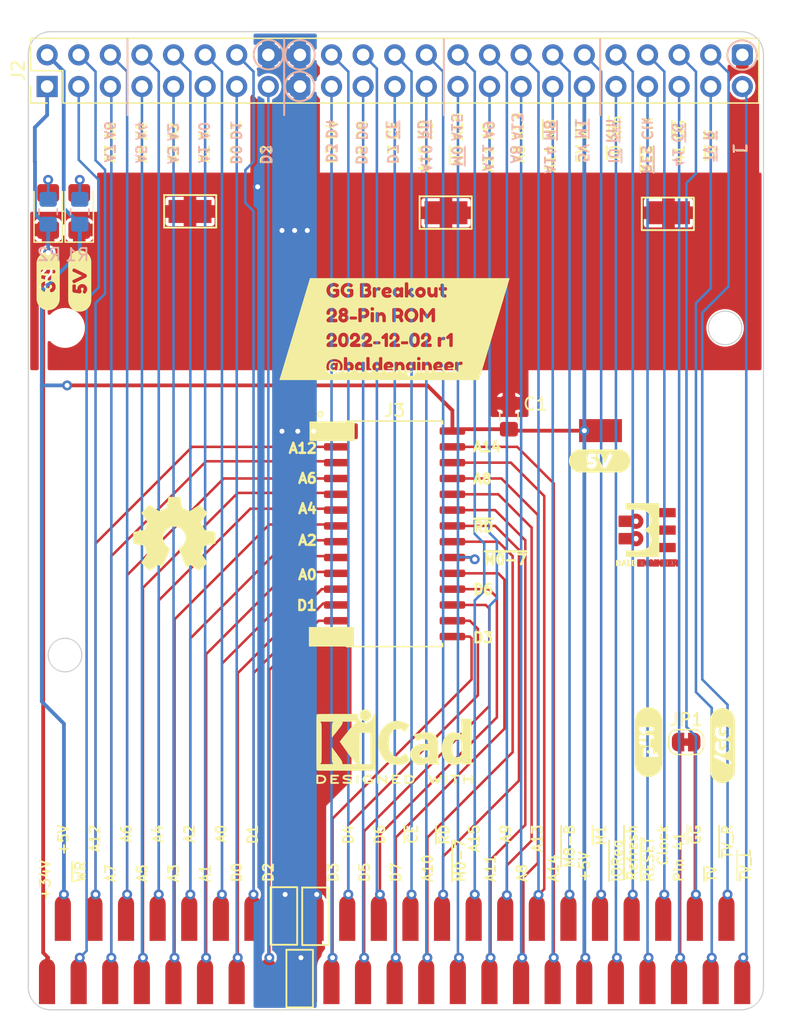
<source format=kicad_pcb>
(kicad_pcb (version 20211014) (generator pcbnew)
  (layers (0 "F.Cu" signal) (31 "B.Cu" signal) (34 "B.Paste" user) (35 "F.Paste" user) (36 "B.SilkS" user "B.Silkscreen") (37 "F.SilkS" user "F.Silkscreen") (38 "B.Mask" user) (39 "F.Mask" user) (44 "Edge.Cuts" user))
  (net 0 "")
  (net 1 "+5V")
  (net 2 "GND")
  (net 3 "Net-(D1-Pad2)")
  (net 4 "Net-(D2-Pad2)")
  (net 5 "/+34V")
  (net 6 "/~{WR}")
  (net 7 "/A12")
  (net 8 "/A7")
  (net 9 "/A6")
  (net 10 "/A5")
  (net 11 "/A4")
  (net 12 "/A3")
  (net 13 "/A2")
  (net 14 "/A1")
  (net 15 "/A0")
  (net 16 "/D0")
  (net 17 "/D1")
  (net 18 "/D2")
  (net 19 "/D3")
  (net 20 "/D4")
  (net 21 "/D5")
  (net 22 "/D6")
  (net 23 "/D7")
  (net 24 "/~{CE}")
  (net 25 "/A10")
  (net 26 "/~{RD}")
  (net 27 "/~{M0-7}")
  (net 28 "/A15")
  (net 29 "/A11")
  (net 30 "/A9")
  (net 31 "/A8")
  (net 32 "/A13")
  (net 33 "/A14")
  (net 34 "/~{M8-B}")
  (net 35 "/~{M1}")
  (net 36 "/~{IOReg}")
  (net 37 "/~{Refresh}")
  (net 38 "/~{RESET}")
  (net 39 "/Clock")
  (net 40 "/~{GG}")
  (net 41 "/~{TV}")
  (net 42 "/TV_R")
  (net 43 "/TV_L")
  (net 44 "/Pin 41")
  (footprint "My Libraries:Harwin-S1751-46-Test-Point" (layer "F.Cu") (at 146.2278 69.4944)
    (fp_text reference "TP3" hide)
    (fp_text value "TestPoint" hide)
  )
  (footprint "kibuzzard-638A45B3" (layer "F.Cu") (at 137.363699 75.082899 90)
    (fp_text reference "kibuzzard-638A45B3" hide)
    (fp_text value "G***" hide)
  )
  (footprint "My Libraries:Harwin-S1751-46-Test-Point" (layer "F.Cu") (at 179.222899 87.097099)
    (fp_text reference "TP4" hide)
    (fp_text value "TestPoint")
  )
  (footprint "kibuzzard-638A4743" (layer "F.Cu") (at 189.027299 112.395499 90)
    (fp_text reference "kibuzzard-638A4743" hide)
    (fp_text value "G***" hide)
  )
  (footprint "MountingHole:MountingHole_2.7mm_M2.5" (layer "F.Cu") (at 136.177699 78.846899)
    (fp_text reference "PEG1" hide)
    (fp_text value "MountingHole")
  )
  (footprint "Connector_PinHeader_2.54mm:PinHeader_2x23_P2.54mm_Vertical" (layer "F.Cu") (at 134.742699 59.451899 90)
    (fp_text reference "J2")
    (fp_text value "Logic Analyzer")
  )
  (footprint "My Libraries:Harwin-S1751-46-Test-Point" (layer "F.Cu") (at 166.8018 69.596)
    (fp_text reference "TP1" hide)
    (fp_text value "TestPoint" hide)
  )
  (footprint "LED_SMD:LED_1206_3216Metric_Pad1.42x1.75mm_HandSolder" (layer "F.Cu") (at 137.323699 69.494899 90)
    (fp_text reference "D1" hide)
    (fp_text value "+5V")
  )
  (footprint "kibuzzard-638A45BD" (layer "F.Cu") (at 134.823699 75.082899 90)
    (fp_text reference "kibuzzard-638A45BD" hide)
    (fp_text value "G***" hide)
  )
  (footprint "LED_SMD:LED_1206_3216Metric_Pad1.42x1.75mm_HandSolder" (layer "F.Cu") (at 134.823699 69.494899 90)
    (fp_text reference "D2" hide)
    (fp_text value "+34V")
  )
  (footprint "Package_SO:SOIC-28W_7.5x17.9mm_P1.27mm" (layer "F.Cu") (at 162.667699 95.386899)
    (fp_text reference "J3")
    (fp_text value "ROM Chip")
  )
  (footprint "kibuzzard-638A50E1" (layer "F.Cu") (at 162.667699 78.943699)
    (fp_text reference "kibuzzard-638A50E1" hide)
    (fp_text value "G***" hide)
  )
  (footprint "Jumper:SolderJumper-2_P1.3mm_Bridged_RoundedPad1.0x1.5mm" (layer "F.Cu") (at 186.106299 112.116099)
    (fp_text reference "JP1")
    (fp_text value "GG_Jumper")
  )
  (footprint "Capacitor_SMD:C_0805_2012Metric_Pad1.18x1.45mm_HandSolder" (layer "F.Cu") (at 171.857699 85.946899 90)
    (fp_text reference "C1")
    (fp_text value "1u")
  )
  (footprint "My Libraries:Harwin-S1751-46-Test-Point" (layer "F.Cu") (at 184.6834 69.596)
    (fp_text reference "TP2" hide)
    (fp_text value "TestPoint")
  )
  (footprint "Symbol:OSHW-Symbol_6.7x6mm_SilkScreen" (layer "F.Cu") (at 144.958299 95.400804)
    (fp_text reference "REF**" hide)
    (fp_text value "OSHW-Symbol_6.7x6mm_SilkScreen" hide)
  )
  (footprint "Symbol:KiCad-Logo2_5mm_SilkScreen" (layer "F.Cu") (at 162.662082 112.471699)
    (fp_text reference "REF**" hide)
    (fp_text value "KiCad-Logo2_5mm_SilkScreen" hide)
  )
  (footprint "My Libraries:BE5v2" (layer "F.Cu") (at 180.467499 92.987924)
    (fp_text reference "svg2mod" hide)
    (fp_text value "G***" hide)
  )
  (footprint "kibuzzard-638A45B3" (layer "F.Cu") (at 179.146699 89.535499)
    (fp_text reference "kibuzzard-638A45B3" hide)
    (fp_text value "G***" hide)
  )
  (footprint "MountingHole:MountingHole_2.7mm_M2.5" (layer "F.Cu") (at 189.237699 105.156899)
    (fp_text reference "PEG2" hide)
    (fp_text value "MountingHole")
  )
  (footprint "kibuzzard-638A474E" (layer "F.Cu") (at 183.083699 112.116099 90)
    (fp_text reference "kibuzzard-638A474E" hide)
    (fp_text value "G***" hide)
  )
  (footprint "My Libraries:game gear edge connector" (layer "F.Cu") (at 162.609465 103.155739)
    (fp_text reference "J1" hide)
    (fp_text value "GG Edge Connector")
  )
  (footprint "Resistor_SMD:R_0805_2012Metric_Pad1.20x1.40mm_HandSolder" (layer "B.Cu") (at 134.823699 69.517399 90)
    (fp_text reference "R2")
    (fp_text value "10k")
  )
  (footprint "Resistor_SMD:R_0805_2012Metric_Pad1.20x1.40mm_HandSolder" (layer "B.Cu") (at 137.363699 69.517399 90)
    (fp_text reference "R1")
    (fp_text value "1k")
  )
  (gr_line (start 153.797499 61.747899) (end 153.797499 55.626499) (layer "B.SilkS") (width 0.15))
  (gr_line (start 166.624499 61.747899) (end 166.624499 55.626499) (layer "B.SilkS") (width 0.15))
  (gr_line (start 179.197499 61.747899) (end 179.197499 55.626499) (layer "B.SilkS") (width 0.15))
  (gr_circle (center 190.602099 56.930306) (end 189.763899 57.768506) (layer "B.SilkS") (width 0.15) (fill none))
  (gr_circle (center 155.042099 59.444906) (end 154.203899 60.283106) (layer "B.SilkS") (width 0.15) (fill none))
  (gr_circle (center 155.067499 56.904906) (end 154.229299 57.743106) (layer "B.SilkS") (width 0.15) (fill none))
  (gr_circle (center 152.527499 56.896499) (end 151.689299 57.734699) (layer "B.SilkS") (width 0.15) (fill none))
  (gr_line (start 141.199099 61.747899) (end 141.199099 55.626499) (layer "B.SilkS") (width 0.15))
  (gr_circle (center 190.602099 56.930306) (end 191.440299 57.768506) (layer "F.SilkS") (width 0.15) (fill none))
  (gr_circle (center 155.042099 59.444906) (end 155.880299 60.283106) (layer "F.SilkS") (width 0.15) (fill none))
  (gr_line (start 141.199099 55.626499) (end 141.199099 61.747899) (layer "F.SilkS") (width 0.15))
  (gr_rect (start 159.334699 104.369099) (end 155.854899 102.946699) (layer "F.SilkS") (width 0.15) (fill solid))
  (gr_line (start 166.624499 55.626499) (end 166.624499 61.747899) (layer "F.SilkS") (width 0.15))
  (gr_circle (center 156.693099 85.776299) (end 156.896299 85.776299) (layer "F.SilkS") (width 0.15) (fill none))
  (gr_line (start 153.797499 55.626499) (end 153.797499 61.747899) (layer "F.SilkS") (width 0.15))
  (gr_circle (center 152.527499 56.896499) (end 153.365699 57.734699) (layer "F.SilkS") (width 0.15) (fill none))
  (gr_rect (start 152.705299 128.397499) (end 154.838899 123.774699) (layer "F.SilkS") (width 0.15) (fill none))
  (gr_rect (start 164.6809 68.2752) (end 168.8719 70.8914) (layer "F.SilkS") (width 0.15) (fill none))
  (gr_circle (center 155.067499 56.904906) (end 155.905699 57.743106) (layer "F.SilkS") (width 0.15) (fill none))
  (gr_rect (start 159.385499 87.859099) (end 155.905699 86.436699) (layer "F.SilkS") (width 0.15) (fill solid))
  (gr_rect (start 155.245299 128.422899) (end 157.378899 123.800099) (layer "F.SilkS") (width 0.15) (fill none))
  (gr_rect (start 153.975299 133.426699) (end 156.108899 128.803899) (layer "F.SilkS") (width 0.15) (fill none))
  (gr_rect (start 182.5371 68.3768) (end 186.7281 70.993) (layer "F.SilkS") (width 0.15) (fill none))
  (gr_rect (start 144.145 68.1736) (end 148.336 70.7898) (layer "F.SilkS") (width 0.15) (fill none))
  (gr_line (start 179.197499 55.626499) (end 179.197499 61.747899) (layer "F.SilkS") (width 0.15))
  (gr_line (start 190.5254 55.049149) (end 135.0264 55.049149) (layer "Edge.Cuts") (width 0.1))
  (gr_arc (start 133.230349 56.8452) (mid 133.7564 55.5752) (end 135.0264 55.049149) (layer "Edge.Cuts") (width 0.1))
  (gr_line (start 192.321451 131.826) (end 192.321451 56.8452) (layer "Edge.Cuts") (width 0.1))
  (gr_arc (start 135.0264 133.622051) (mid 133.7564 133.096) (end 133.230349 131.826) (layer "Edge.Cuts") (width 0.1))
  (gr_arc (start 190.5254 55.049149) (mid 191.7954 55.5752) (end 192.321451 56.8452) (layer "Edge.Cuts") (width 0.1))
  (gr_arc (start 192.321451 131.826) (mid 191.7954 133.096) (end 190.5254 133.622051) (layer "Edge.Cuts") (width 0.1))
  (gr_line (start 135.0264 133.622051) (end 190.5254 133.622051) (layer "Edge.Cuts") (width 0.1))
  (gr_circle (center 189.237699 78.846899) (end 190.587699 78.846899) (layer "Edge.Cuts") (width 0.1) (fill none))
  (gr_line (start 133.230349 56.8452) (end 133.230349 131.826) (layer "Edge.Cuts") (width 0.1))
  (gr_circle (center 136.177699 105.126899) (end 137.527699 105.126899) (layer "Edge.Cuts") (width 0.1) (fill none))
  (gr_text "~{CE}" (at 162.392299 62.941699 -90) (layer "B.SilkS") (effects (font (size 0.8 0.8)) (justify mirror)))
  (gr_text "~{RD}" (at 164.928349 62.916299 -90) (layer "B.SilkS") (effects (font (size 0.8 0.8)) (justify mirror)))
  (gr_text "~{TV}" (at 187.893899 64.853099 -90) (layer "B.SilkS") (effects (font (size 0.8 0.8)) (justify mirror)))
  (gr_text "A15" (at 167.650099 62.713099 -90) (layer "B.SilkS") (effects (font (size 0.8 0.8)) (justify mirror)))
  (gr_text "D1" (at 149.911299 62.979813 -90) (layer "B.SilkS") (effects (font (size 0.8 0.8)) (justify mirror)))
  (gr_text "A1" (at 147.320499 64.872099 -90) (layer "B.SilkS") (effects (font (size 0.8 0.8)) (justify mirror)))
  (gr_text "A5" (at 142.265899 64.872099 -90) (layer "B.SilkS") (effects (font (size 0.8 0.8)) (justify mirror)))
  (gr_text "A11" (at 170.155099 65.151451 -90) (layer "B.SilkS") (effects (font (size 0.8 0.8)) (justify mirror)))
  (gr_text "D7" (at 162.501799 64.891138 -90) (layer "B.SilkS") (effects (font (size 0.8 0.8)) (justify mirror)))
  (gr_text "A9" (at 170.209849 62.916299 -90) (layer "B.SilkS") (effects (font (size 0.8 0.8)) (justify mirror)))
  (gr_text "~{M8}" (at 175.066899 62.992499 -90) (layer "B.SilkS") (effects (font (size 0.8 0.8)) (justify mirror)))
  (gr_text "41" (at 185.434049 65.138785 -90) (layer "B.SilkS") (effects (font (size 0.8 0.8)) (justify mirror)))
  (gr_text "5V" (at 177.825899 64.808585 -90) (layer "B.SilkS") (effects (font (size 0.8 0.8)) (justify mirror)))
  (gr_text "A2" (at 144.831299 63.094099 -90) (layer "B.SilkS") (effects (font (size 0.8 0.8)) (justify mirror)))
  (gr_text "A13" (at 172.499799 62.662299 -90) (layer "B.SilkS") (effects (font (size 0.8 0.8)) (justify mirror)))
  (gr_text "D0" (at 149.911299 64.948299 -90) (layer "B.SilkS") (effects (font (size 0.8 0.8)) (justify mirror)))
  (gr_text "A14" (at 175.121649 65.341937 -90) (layer "B.SilkS") (effects (font (size 0.8 0.8)) (justify mirror)))
  (gr_text "~{R}" (at 187.893899 63.398899 -90) (layer "B.SilkS") (effects (font (size 0.8 0.8)) (justify mirror)))
  (gr_text "A0" (at 147.320499 63.017899 -90) (layer "B.SilkS") (effects (font (size 0.8 0.8)) (justify mirror)))
  (gr_text "A6" (at 139.751299 62.967099 -90) (layer "B.SilkS") (effects (font (size 0.8 0.8)) (justify mirror)))
  (gr_text "A7" (at 139.751299 64.821299 -90) (layer "B.SilkS") (effects (font (size 0.8 0.8)) (justify mirror)))
  (gr_text "D5" (at 159.965749 64.973699 -90) (layer "B.SilkS") (effects (font (size 0.8 0.8)) (justify mirror)))
  (gr_text "~{IO}" (at 180.248499 65.02448 -90) (layer "B.SilkS") (effects (font (size 0.8 0.8)) (justify mirror)))
  (gr_text "A10" (at 165.202099 65.227642 -90) (layer "B.SilkS") (effects (font (size 0.8 0.8)) (justify mirror)))
  (gr_text "D6" (at 160.020499 63.005213 -90) (layer "B.SilkS") (effects (font (size 0.8 0.8)) (justify mirror)))
  (gr_text "~{GG}" (at 185.379299 63.170299 -90) (layer "B.SilkS") (effects (font (size 0.8 0.8)) (justify mirror)))
  (gr_text "Clk" (at 182.956699 62.840099 -90) (layer "B.SilkS") (effects (font (size 0.8 0.8)) (justify mirror)))
  (gr_text "A4" (at 142.265899 63.017899 -90) (layer "B.SilkS") (effects (font (size 0.8 0.8)) (justify mirror)))
  (gr_text "~{Rfh}" (at 180.084249 63.017899 -90) (layer "B.SilkS") (effects (font (size 0.8 0.8)) (justify mirror)))
  (gr_text "~{M1}" (at 177.606899 62.840099 -90) (layer "B.SilkS") (effects (font (size 0.8 0.8)) (justify mirror)))
  (gr_text "~{L}" (at 190.271899 64.414899 -90) (layer "B.SilkS") (effects (font (size 0.8 0.8)) (justify mirror)))
  (gr_text "D2" (at 152.349699 64.948299 -90) (layer "B.SilkS") (effects (font (size 0.8 0.8)) (justify mirror)))
  (gr_text "~{M0}" (at 167.650099 65.062537 -90) (layer "B.SilkS") (effects (font (size 0.8 0.8)) (justify mirror)))
  (gr_text "D4" (at 157.582099 62.865499 -90) (layer "B.SilkS") (effects (font (size 0.8 0.8)) (justify mirror)))
  (gr_text "A8" (at 172.390299 64.897452 -90) (layer "B.SilkS") (effects (font (size 0.8 0.8)) (justify mirror)))
  (gr_text "A3" (at 144.831299 64.948299 -90) (layer "B.SilkS") (effects (font (size 0.8 0.8)) (justify mirror)))
  (gr_text "D3" (at 157.582099 64.802242 -90) (layer "B.SilkS") (effects (font (size 0.8 0.8)) (justify mirror)))
  (gr_text "~{RES}" (at 182.847199 65.32287 -90) (layer "B.SilkS") (effects (font (size 0.8 0.8)) (justify mirror)))
  (gr_text "~{M0-7}" (at 171.577499 97.460299) (layer "F.SilkS") (effects (font (size 0.8 0.8) (thickness 0.2))))
  (gr_text "~{IOReq}" (at 180.569099 121.641176 90) (layer "F.SilkS") (effects (font (size 0.8 0.8))))
  (gr_text "D6" (at 161.48527 119.539357 90) (layer "F.SilkS") (effects (font (size 0.8 0.8))))
  (gr_text "A2" (at 155.670661 95.910899) (layer "F.SilkS") (effects (font (size 0.8 0.8) (thickness 0.2))))
  (gr_text "Clock" (at 184.226699 120.396499 90) (layer "F.SilkS") (effects (font (size 0.8 0.8))))
  (gr_text "~{M0}" (at 167.753763 64.986384 90) (layer "F.SilkS") (effects (font (size 0.8 0.8))))
  (gr_text "Pin 41" (at 185.539599 121.336414 90) (layer "F.SilkS") (effects (font (size 0.8 0.8))))
  (gr_text "D2" (at 152.349699 64.929242 90) (layer "F.SilkS") (effects (font (size 0.8 0.8))))
  (gr_text "A4" (at 143.650194 119.482214 90) (layer "F.SilkS") (effects (font (size 0.8 0.8))))
  (gr_text "A1" (at 147.390349 64.872099 90) (layer "F.SilkS") (effects (font (size 0.8 0.8))))
  (gr_text "~{M1}" (at 179.256199 119.596499 90) (layer "F.SilkS") (effects (font (size 0.8 0.8))))
  (gr_text "~{R}" (at 188.265299 63.341708 90) (layer "F.SilkS") (effects (font (size 0.8 0.8))))
  (gr_text "A0" (at 155.670661 98.679499) (layer "F.SilkS") (effects (font (size 0.8 0.8) (thickness 0.2))))
  (gr_text "D3" (at 157.607499 64.897499 90) (layer "F.SilkS") (effects (font (size 0.8 0.8))))
  (gr_text "D4" (at 157.607499 62.960756 90) (layer "F.SilkS") (effects (font (size 0.8 0.8))))
  (gr_text "A10" (at 165.052947 65.253051 90) (layer "F.SilkS") (effects (font (size 0.8 0.8))))
  (gr_text "A10" (at 165.321841 122.257089 90) (layer "F.SilkS") (effects (font (size 0.8 0.8))))
  (gr_text "A14" (at 170.104299 88.392499) (layer "F.SilkS") (effects (font (size 0.8 0.8) (thickness 0.2))))
  (gr_text "A5" (at 142.382009 122.657099 90) (layer "F.SilkS") (effects (font (size 0.8 0.8))))
  (gr_text "~{CE}" (at 164.123884 119.520309 90) (layer "F.SilkS") (effects (font (size 0.8 0.8))))
  (gr_text "A13" (at 174.13084 119.863166 90) (layer "F.SilkS") (effects (font (size 0.8 0.8))))
  (gr_text "D0" (at 149.911299 64.929242 90) (layer "F.SilkS") (effects (font (size 0.8 0.8))))
  (gr_text "D3" (at 157.734499 122.580899 90) (layer "F.SilkS") (effects (font (size 0.8 0.8))))
  (gr_text "~{M0-7}" (at 167.960455 121.647566 90) (layer "F.SilkS") (effects (font (size 0.8 0.8))))
  (gr_text "A5" (at 142.348449 64.872099 90) (layer "F.SilkS") (effects (font (size 0.8 0.8))))
  (gr_text "D4" (at 158.956156 119.539357 90) (layer "F.SilkS") (effects (font (size 0.8 0.8))))
  (gr_text "D6" (at 160.034565 62.960756 90) (layer "F.SilkS") (effects (font (size 0.8 0.8))))
  (gr_text "D6" (at 169.780489 99.847899) (layer "F.SilkS") (effects (font (size 0.8 0.8) (thickness 0.2))))
  (gr_text "A0" (at 147.390349 63.017899 90) (layer "F.SilkS") (effects (font (size 0.8 0.8))))
  (gr_text "~{TV_L}" (at 190.881499 122.022099 90) (layer "F.SilkS") (effects (font (size 0.8 0.8))))
  (gr_text "~{Rfh}" (at 180.546093 62.751232 90) (layer "F.SilkS") (effects (font (size 0.8 0.8))))
  (gr_text "~{TV_R}" (at 189.416199 120.110785 90) (layer "F.SilkS") (effects (font (size 0.8 0.8))))
  (gr_text "A3" (at 144.869399 64.872099 90) (layer "F.SilkS") (effects (font (size 0.8 0.8))))
  (gr_text "A0" (at 148.722934 119.482214 90) (layer "F.SilkS") (effects (font (size 0.8 0.8))))
  (gr_text "D5" (at 160.089315 64.929242 90) (layer "F.SilkS") (effects (font (size 0.8 0.8))))
  (gr_text "D7" (at 162.792727 122.580899 90) (layer "F.SilkS") (effects (font (size 0.8 0.8))))
  (gr_text "~{RES}" (at 183.082659 65.291146 90) (layer "F.SilkS") (effects (font (size 0.8 0.8))))
  (gr_text "A15" (at 167.753763 62.636946 90) (layer "F.SilkS") (effects (font (size 0.8 0.8))))
  (gr_text "~{RESET}" (at 183.109099 121.545937 90) (layer "F.SilkS") (effects (font (size 0.8 0.8))))
  (gr_text "~{RD}" (at 166.652998 119.558404 90) (layer "F.SilkS") (effects (font (size 0.8 0.8))))
  (gr_text "~{RD}" (at 169.799537 94.844099) (layer "F.SilkS") (effects (font (size 0.8 0.8) (thickness 0.2))))
  (gr_text "41" (at 185.564475 64.910194 90) (layer "F.SilkS") (effects (font (size 0.8 0.8))))
  (gr_text "~{M8}" (at 175.253961 62.903613 90) (layer "F.SilkS") (effects (font (size 0.8 0.8))))
  (gr_text "A6" (at 139.827499 63.017899 90) (layer "F.SilkS") (effects (font (size 0.8 0.8))))
  (gr_text "A7" (at 139.845639 122.657099 90) (layer "F.SilkS") (effects (font (size 0.8 0.8))))
  (gr_text "~{CE}" (at 162.680631 62.979803 90) (layer "F.SilkS") (effects (font (size 0.8 0.8))))
  (gr_text "~{L}" (at 190.602099 64.465699 90) (layer "F.SilkS") (effects (font (size 0.8 0.8))))
  (gr_text "A14" (at 175.199211 65.253051 90) (layer "F.SilkS") (effects (font (size 0.8 0.8))))
  (gr_text "~{M1}" (at 177.900027 62.903613 90) (layer "F.SilkS") (effects (font (size 0.8 0.8))))
  (gr_text "A2" (at 144.869399 63.017899 90) (layer "F.SilkS") (effects (font (size 0.8 0.8))))
  (gr_text "A8" (at 169.723346 90.983299) (layer "F.SilkS") (effects (font (size 0.8 0.8) (thickness 0.2))))
  (gr_text "A13" (at 172.607895 62.636946 90) (layer "F.SilkS") (effects (font (size 0.8 0.8))))
  (gr_text "+5V" (at 177.919599 122.136414 90) (layer "F.SilkS") (effects (font (size 0.8 0.8))))
  (gr_text "A8" (at 172.909183 122.638042 90) (layer "F.SilkS") (effects (font (size 0.8 0.8))))
  (gr_text "A3" (at 144.918379 122.657099 90) (layer "F.SilkS") (effects (font (size 0.8 0.8))))
  (gr_text "D3" (at 169.780489 103.734099) (layer "F.SilkS") (effects (font (size 0.8 0.8) (thickness 0.2))))
  (gr_text "A12" (at 138.577454 119.863166 90) (layer "F.SilkS") (effects (font (size 0.8 0.8))))
  (gr_text "~{GG}" (at 186.876199 119.558404 90) (layer "F.SilkS") (effects (font (size 0.8 0.8))))
  (gr_text "A6" (at 141.113824 119.482214 90) (layer "F.SilkS") (effects (font (size 0.8 0.8))))
  (gr_text "A12" (at 155.289709 88.519499) (layer "F.SilkS") (effects (font (size 0.8 0.8) (thickness 0.2))))
  (gr_text "D0" (at 149.991119 122.599956 90) (layer "F.SilkS") (effects (font (size 0.8 0.8))))
  (gr_text "A7" (at 139.827499 64.872099 90) (layer "F.SilkS") (effects (font (size 0.8 0.8))))
  (gr_text "+34V" (at 134.595099 123.190499 90) (layer "F.SilkS") (effects (font (size 0.8 0.8))))
  (gr_text "A11" (at 170.380069 122.257089 90) (layer "F.SilkS") (effects (font (size 0.8 0.8))))
  (gr_text "~{IO}" (at 180.381843 64.757813 90) (layer "F.SilkS") (effects (font (size 0.8 0.8))))
  (gr_text "D5" (at 160.263613 122.580899 90) (layer "F.SilkS") (effects (font (size 0.8 0.8))))
  (gr_text "~{Refresh}" (at 181.770799 121.006023 90) (layer "F.SilkS") (effects (font (size 0.8 0.8))))
  (gr_text "Clk" (at 182.973159 62.808375 90) (layer "F.SilkS") (effects (font (size 0.8 0.8))))
  (gr_text "A9" (at 170.180829 63.017899 90) (layer "F.SilkS") (effects (font (size 0.8 0.8))))
  (gr_text "A14" (at 175.438297 122.250699 90) (layer "F.SilkS") (effects (font (size 0.8 0.8))))
  (gr_text "A15" (at 169.072612 119.863166 90) (layer "F.SilkS") (effects (font (size 0.8 0.8))))
  (gr_text "D1" (at 151.259304 119.539357 90) (layer "F.SilkS") (effects (font (size 0.8 0.8))))
  (gr_text "D1" (at 149.911299 62.960756 90) (layer "F.SilkS") (effects (font (size 0.8 0.8))))
  (gr_text "A8" (at 172.717395 64.872099 90) (layer "F.SilkS") (effects (font (size 0.8 0.8))))
  (gr_text "A1" (at 147.454749 122.657099 90) (layer "F.SilkS") (effects (font (size 0.8 0.8))))
  (gr_text "~{TV}" (at 188.265299 64.795908 90) (layer "F.SilkS") (effects (font (size 0.8 0.8))))
  (gr_text "D7" (at 162.571131 64.929242 90) (layer "F.SilkS") (effects (font (size 0.8 0.8))))
  (gr_text "+5V" (at 136.041084 119.977452 90) (layer "F.SilkS") (effects (font (size 0.8 0.8))))
  (gr_text "~{WR}" (at 137.418769 122.523765 90) (layer "F.SilkS") (effects (font (size 0.8 0.8))))
  (gr_text "5V" (at 177.681027 64.872099 90) (layer "F.SilkS") (effects (font (size 0.8 0.8))))
  (gr_text "A6" (at 155.670661 90.932499) (layer "F.SilkS") (effects (font (size 0.8 0.8) (thickness 0.2))))
  (gr_text "A9" (at 171.601726 119.482214 90) (layer "F.SilkS") (effects (font (size 0.8 0.8))))
  (gr_text "~{M8-B}" (at 176.716199 120.491738 90) (layer "F.SilkS") (effects (font (size 0.8 0.8))))
  (gr_text "A4" (at 142.348449 63.017899 90) (layer "F.SilkS") (effects (font (size 0.8 0.8))))
  (gr_text "~{TV}" (at 188.189099 122.707842 90) (layer "F.SilkS") (effects (font (size 0.8 0.8))))
  (gr_text "~{GG}" (at 185.619225 62.941708 90) (layer "F.SilkS") (effects (font (size 0.8 0.8))))
  (gr_text "A2" (at 146.186564 119.482214 90) (layer "F.SilkS") (effects (font (size 0.8 0.8))))
  (gr_text "A4" (at 155.670661 93.370899) (layer "F.SilkS") (effects (font (size 0.8 0.8) (thickness 0.2))))
  (gr_text "D2" (at 152.527489 122.580899 90) (layer "F.SilkS") (effects (font (size 0.8 0.8))))
  (gr_text "A11" (at 170.235579 65.253051 90) (layer "F.SilkS") (effects (font (size 0.8 0.8))))
  (gr_text "D1" (at 155.613518 101.143299) (layer "F.SilkS") (effects (font (size 0.8 0.8) (thickness 0.2))))
  (gr_text "~{RD}" (at 165.326697 62.941708 90) (layer "F.SilkS") (effects (font (size 0.8 0.8))))
  (segment (start 177.915102 129.527496) (end 178.003699 129.438899) (width 0.3048) (layer "F.Cu") (net 1))
  (segment (start 171.975199 87.101899) (end 177.922699 87.101899) (width 0.3048) (layer "F.Cu") (net 1))
  (segment (start 136.005102 126.586665) (end 136.005102 124.447496) (width 0.3048) (layer "F.Cu") (net 1))
  (segment (start 165.303699 83.464899) (end 136.347699 83.464899) (width 0.3048) (layer "F.Cu") (net 1))
  (segment (start 136.005102 124.447496) (end 136.093699 124.358899) (width 0.3048) (layer "F.Cu") (net 1))
  (segment (start 167.317699 87.131899) (end 167.317699 85.478899) (width 0.3048) (layer "F.Cu") (net 1))
  (segment (start 165.303699 83.464899) (end 167.317699 85.478899) (width 0.3048) (layer "F.Cu") (net 1))
  (segment (start 167.465199 86.984399) (end 171.857699 86.984399) (width 0.3048) (layer "F.Cu") (net 1))
  (segment (start 177.915102 131.666665) (end 177.915102 129.527496) (width 0.3048) (layer "F.Cu") (net 1))
  (via (at 136.093699 124.358899) (size 0.8) (drill 0.4) (layers "F.Cu" "B.Cu") (net 1))
  (via (at 136.347699 83.464899) (size 0.8) (drill 0.4) (layers "F.Cu" "B.Cu") (net 1))
  (via (at 177.922699 87.101899) (size 0.8) (drill 0.4) (layers "F.Cu" "B.Cu") (net 1))
  (via (at 178.003699 129.438899) (size 0.8) (drill 0.4) (layers "F.Cu" "B.Cu") (net 1))
  (segment (start 134.742699 56.911899) (end 136.077099 58.246299) (width 0.3048) (layer "B.Cu") (net 1))
  (segment (start 136.077099 69.230799) (end 137.363699 70.517399) (width 0.3048) (layer "B.Cu") (net 1))
  (segment (start 134.315699 108.864899) (end 134.315699 83.464899) (width 0.3048) (layer "B.Cu") (net 1))
  (segment (start 134.315699 83.464899) (end 134.315699 75.844899) (width 0.3048) (layer "B.Cu") (net 1))
  (segment (start 136.093699 124.358899) (end 136.093699 110.642899) (width 0.3048) (layer "B.Cu") (net 1))
  (segment (start 137.363699 72.796899) (end 134.315699 75.844899) (width 0.3048) (layer "B.Cu") (net 1))
  (segment (start 177.922699 87.101899) (end 177.922699 59.451899) (width 0.3048) (layer "B.Cu") (net 1))
  (segment (start 136.347699 83.464899) (end 134.315699 83.464899) (width 0.3048) (layer "B.Cu") (net 1))
  (segment (start 178.003699 129.438899) (end 177.922699 129.357899) (width 0.3048) (layer "B.Cu") (net 1))
  (segment (start 136.077099 58.246299) (end 136.077099 69.230799) (width 0.3048) (layer "B.Cu") (net 1))
  (segment (start 177.922699 129.357899) (end 177.922699 87.101899) (width 0.3048) (layer "B.Cu") (net 1))
  (segment (start 137.363699 70.517399) (end 137.363699 72.796899) (width 0.3048) (layer "B.Cu") (net 1))
  (segment (start 136.093699 110.642899) (end 134.315699 108.864899) (width 0.3048) (layer "B.Cu") (net 1))
  (segment (start 153.785102 126.586665) (end 153.785102 124.447496) (width 0.3048) (layer "F.Cu") (net 2))
  (segment (start 153.785102 124.447496) (end 153.873699 124.358899) (width 0.3048) (layer "F.Cu") (net 2))
  (segment (start 155.055102 131.666665) (end 155.055102 129.527496) (width 0.3048) (layer "F.Cu") (net 2))
  (segment (start 155.055102 129.527496) (end 155.143699 129.438899) (width 0.3048) (layer "F.Cu") (net 2))
  (segment (start 156.325102 126.586665) (end 156.325102 124.447496) (width 0.3048) (layer "F.Cu") (net 2))
  (segment (start 156.325102 124.447496) (end 156.413699 124.358899) (width 0.3048) (layer "F.Cu") (net 2))
  (via (at 156.413699 124.358899) (size 0.8) (drill 0.4) (layers "F.Cu" "B.Cu") (net 2))
  (via (at 156.159699 87.147899) (size 0.8) (drill 0.4) (layers "F.Cu" "B.Cu") (net 2))
  (via (at 151.6634 67.5132) (size 0.8) (drill 0.4) (layers "F.Cu" "B.Cu") (net 2))
  (via (at 155.143699 129.438899) (size 0.8) (drill 0.4) (layers "F.Cu" "B.Cu") (net 2))
  (via (at 153.619699 71.018899) (size 0.8) (drill 0.4) (layers "F.Cu" "B.Cu") (net 2))
  (via (at 153.873699 124.358899) (size 0.8) (drill 0.4) (layers "F.Cu" "B.Cu") (net 2))
  (via (at 154.889699 87.147899) (size 0.8) (drill 0.4) (layers "F.Cu" "B.Cu") (net 2))
  (via (at 154.635699 71.018899) (size 0.8) (drill 0.4) (layers "F.Cu" "B.Cu") (net 2))
  (via (at 155.651699 71.018899) (size 0.8) (drill 0.4) (layers "F.Cu" "B.Cu") (net 2))
  (via (at 153.619699 87.147899) (size 0.8) (drill 0.4) (layers "F.Cu" "B.Cu") (net 2))
  (segment (start 137.363699 66.954899) (end 137.363699 67.967399) (width 0.2032) (layer "F.Cu") (net 3))
  (via (at 137.363699 66.954899) (size 0.8) (drill 0.4) (layers "F.Cu" "B.Cu") (net 3))
  (segment (start 137.363699 68.517399) (end 137.363699 66.954899) (width 0.2032) (layer "B.Cu") (net 3))
  (segment (start 134.823699 68.007399) (end 134.823699 66.954899) (width 0.2032) (layer "F.Cu") (net 4))
  (via (at 134.823699 66.954899) (size 0.8) (drill 0.4) (layers "F.Cu" "B.Cu") (net 4))
  (segment (start 134.823699 66.954899) (end 134.823699 68.517399) (width 0.2032) (layer "B.Cu") (net 4))
  (segment (start 134.425298 74.7193) (end 134.823699 74.320899) (width 0.3048) (layer "F.Cu") (net 5))
  (segment (start 134.425298 129.040498) (end 134.425298 74.7193) (width 0.3048) (layer "F.Cu") (net 5))
  (segment (start 134.823699 129.438899) (end 134.425298 129.040498) (width 0.3048) (layer "F.Cu") (net 5))
  (segment (start 134.735102 129.527496) (end 134.823699 129.438899) (width 0.3048) (layer "F.Cu") (net 5))
  (segment (start 134.735102 131.666665) (end 134.735102 129.527496) (width 0.3048) (layer "F.Cu") (net 5))
  (segment (start 134.823699 74.320899) (end 134.823699 72.796899) (width 0.3048) (layer "F.Cu") (net 5))
  (via (at 134.823699 72.796899) (size 0.8) (drill 0.4) (layers "F.Cu" "B.Cu") (net 5))
  (segment (start 133.7564 62.738) (end 133.7564 65.4948) (width 0.3048) (layer "B.Cu") (net 5))
  (segment (start 134.742699 59.451899) (end 134.742699 61.751701) (width 0.3048) (layer "B.Cu") (net 5))
  (segment (start 134.823699 72.796899) (end 134.823699 70.517399) (width 0.3048) (layer "B.Cu") (net 5))
  (segment (start 134.742699 61.751701) (end 133.7564 62.738) (width 0.3048) (layer "B.Cu") (net 5))
  (segment (start 133.768099 69.709299) (end 133.768099 65.506499) (width 0.3048) (layer "B.Cu") (net 5))
  (segment (start 134.576199 70.517399) (end 133.768099 69.709299) (width 0.3048) (layer "B.Cu") (net 5))
  (segment (start 133.7564 65.4948) (end 133.768099 65.506499) (width 0.3048) (layer "B.Cu") (net 5))
  (segment (start 137.275102 129.527496) (end 137.363699 129.438899) (width 0.2032) (layer "F.Cu") (net 6))
  (segment (start 137.275102 131.666665) (end 137.275102 129.527496) (width 0.2032) (layer "F.Cu") (net 6))
  (via (at 137.363699 129.438899) (size 0.8) (drill 0.4) (layers "F.Cu" "B.Cu") (net 6))
  (segment (start 138.887699 66.954899) (end 137.282699 65.349899) (width 0.2032) (layer "B.Cu") (net 6))
  (segment (start 137.363699 129.438899) (end 137.915066 128.887532) (width 0.2032) (layer "B.Cu") (net 6))
  (segment (start 137.282699 65.349899) (end 137.282699 59.451899) (width 0.2032) (layer "B.Cu") (net 6))
  (segment (start 137.915066 128.887532) (end 137.915066 76.563532) (width 0.2032) (layer "B.Cu") (net 6))
  (segment (start 138.887699 75.590899) (end 138.887699 66.954899) (width 0.2032) (layer "B.Cu") (net 6))
  (segment (start 137.915066 76.563532) (end 138.887699 75.590899) (width 0.2032) (layer "B.Cu") (net 6))
  (segment (start 138.633699 124.358899) (end 138.633699 96.164899) (width 0.2032) (layer "F.Cu") (net 7))
  (segment (start 146.396699 88.401899) (end 158.017699 88.401899) (width 0.2032) (layer "F.Cu") (net 7))
  (segment (start 138.545102 126.586665) (end 138.545102 124.447496) (width 0.2032) (layer "F.Cu") (net 7))
  (segment (start 138.633699 96.164899) (end 146.396699 88.401899) (width 0.2032) (layer "F.Cu") (net 7))
  (segment (start 138.545102 124.447496) (end 138.633699 124.358899) (width 0.2032) (layer "F.Cu") (net 7))
  (via (at 138.633699 124.358899) (size 0.8) (drill 0.4) (layers "F.Cu" "B.Cu") (net 7))
  (segment (start 138.633699 76.860899) (end 138.633699 124.358899) (width 0.2032) (layer "B.Cu") (net 7))
  (segment (start 138.633699 65.380711) (end 139.395699 66.142711) (width 0.2032) (layer "B.Cu") (net 7))
  (segment (start 139.395699 76.098899) (end 138.633699 76.860899) (width 0.2032) (layer "B.Cu") (net 7))
  (segment (start 137.282699 56.911899) (end 138.633699 58.262899) (width 0.2032) (layer "B.Cu") (net 7))
  (segment (start 139.395699 66.142711) (end 139.395699 76.098899) (width 0.2032) (layer "B.Cu") (net 7))
  (segment (start 138.633699 58.262899) (end 138.633699 65.380711) (width 0.2032) (layer "B.Cu") (net 7))
  (segment (start 139.815102 129.527496) (end 139.903699 129.438899) (width 0.2032) (layer "F.Cu") (net 8))
  (segment (start 139.903699 97.180899) (end 147.523699 89.560899) (width 0.2032) (layer "F.Cu") (net 8))
  (segment (start 139.903699 129.438899) (end 139.903699 97.180899) (width 0.2032) (layer "F.Cu") (net 8))
  (segment (start 139.815102 131.666665) (end 139.815102 129.527496) (width 0.2032) (layer "F.Cu") (net 8))
  (segment (start 147.523699 89.560899) (end 157.906699 89.560899) (width 0.2032) (layer "F.Cu") (net 8))
  (via (at 139.903699 129.438899) (size 0.8) (drill 0.4) (layers "F.Cu" "B.Cu") (net 8))
  (segment (start 139.903699 129.438899) (end 139.903699 59.532899) (width 0.2032) (layer "B.Cu") (net 8))
  (segment (start 141.173699 98.704899) (end 148.936699 90.941899) (width 0.2032) (layer "F.Cu") (net 9))
  (segment (start 141.173699 124.358899) (end 141.173699 98.704899) (width 0.2032) (layer "F.Cu") (net 9))
  (segment (start 141.085102 124.447496) (end 141.173699 124.358899) (width 0.2032) (layer "F.Cu") (net 9))
  (segment (start 141.085102 126.586665) (end 141.085102 124.447496) (width 0.2032) (layer "F.Cu") (net 9))
  (segment (start 148.936699 90.941899) (end 158.017699 90.941899) (width 0.2032) (layer "F.Cu") (net 9))
  (via (at 141.173699 124.358899) (size 0.8) (drill 0.4) (layers "F.Cu" "B.Cu") (net 9))
  (segment (start 141.173699 124.358899) (end 141.173699 58.262899) (width 0.2032) (layer "B.Cu") (net 9))
  (segment (start 139.822699 56.911899) (end 141.173699 58.262899) (width 0.2032) (layer "B.Cu") (net 9))
  (segment (start 150.063699 92.100899) (end 157.906699 92.100899) (width 0.2032) (layer "F.Cu") (net 10))
  (segment (start 142.443699 129.438899) (end 142.443699 99.720899) (width 0.2032) (layer "F.Cu") (net 10))
  (segment (start 142.355102 129.527496) (end 142.443699 129.438899) (width 0.2032) (layer "F.Cu") (net 10))
  (segment (start 142.355102 131.666665) (end 142.355102 129.527496) (width 0.2032) (layer "F.Cu") (net 10))
  (segment (start 142.443699 99.720899) (end 150.063699 92.100899) (width 0.2032) (layer "F.Cu") (net 10))
  (via (at 142.443699 129.438899) (size 0.8) (drill 0.4) (layers "F.Cu" "B.Cu") (net 10))
  (segment (start 142.362699 129.357899) (end 142.443699 129.438899) (width 0.2032) (layer "B.Cu") (net 10))
  (segment (start 142.362699 59.451899) (end 142.362699 129.357899) (width 0.2032) (layer "B.Cu") (net 10))
  (segment (start 143.713699 100.736899) (end 151.079699 93.370899) (width 0.2032) (layer "F.Cu") (net 11))
  (segment (start 151.079699 93.370899) (end 157.906699 93.370899) (width 0.2032) (layer "F.Cu") (net 11))
  (segment (start 143.625102 126.586665) (end 143.625102 124.447496) (width 0.2032) (layer "F.Cu") (net 11))
  (segment (start 143.625102 124.447496) (end 143.713699 124.358899) (width 0.2032) (layer "F.Cu") (net 11))
  (segment (start 143.713699 124.358899) (end 143.713699 100.736899) (width 0.2032) (layer "F.Cu") (net 11))
  (via (at 143.713699 124.358899) (size 0.8) (drill 0.4) (layers "F.Cu" "B.Cu") (net 11))
  (segment (start 143.713699 124.358899) (end 143.713699 58.262899) (width 0.2032) (layer "B.Cu") (net 11))
  (segment (start 143.713699 58.262899) (end 142.362699 56.911899) (width 0.2032) (layer "B.Cu") (net 11))
  (segment (start 144.895102 129.527496) (end 144.983699 129.438899) (width 0.2032) (layer "F.Cu") (net 12))
  (segment (start 152.603699 94.640899) (end 157.906699 94.640899) (width 0.2032) (layer "F.Cu") (net 12))
  (segment (start 144.983699 129.438899) (end 144.983699 102.260899) (width 0.2032) (layer "F.Cu") (net 12))
  (segment (start 144.895102 131.666665) (end 144.895102 129.527496) (width 0.2032) (layer "F.Cu") (net 12))
  (segment (start 144.983699 102.260899) (end 152.603699 94.640899) (width 0.2032) (layer "F.Cu") (net 12))
  (via (at 144.983699 129.438899) (size 0.8) (drill 0.4) (layers "F.Cu" "B.Cu") (net 12))
  (segment (start 144.983699 129.438899) (end 144.902699 129.357899) (width 0.2032) (layer "B.Cu") (net 12))
  (segment (start 144.902699 129.357899) (end 144.902699 59.451899) (width 0.2032) (layer "B.Cu") (net 12))
  (segment (start 146.253699 126.498068) (end 146.253699 124.358899) (width 0.2032) (layer "F.Cu") (net 13))
  (segment (start 146.253699 124.358899) (end 146.253699 103.784899) (width 0.2032) (layer "F.Cu") (net 13))
  (segment (start 146.253699 103.784899) (end 154.127699 95.910899) (width 0.2032) (layer "F.Cu") (net 13))
  (segment (start 154.127699 95.910899) (end 157.906699 95.910899) (width 0.2032) (layer "F.Cu") (net 13))
  (via (at 146.253699 124.358899) (size 0.8) (drill 0.4) (layers "F.Cu" "B.Cu") (net 13))
  (segment (start 146.253699 58.262899) (end 144.902699 56.911899) (width 0.2032) (layer "B.Cu") (net 13))
  (segment (start 146.253699 124.358899) (end 146.253699 58.262899) (width 0.2032) (layer "B.Cu") (net 13))
  (segment (start 147.523699 129.438899) (end 147.523699 105.054899) (width 0.2032) (layer "F.Cu") (net 14))
  (segment (start 147.435102 131.666665) (end 147.435102 129.527496) (width 0.2032) (layer "F.Cu") (net 14))
  (segment (start 155.397699 97.180899) (end 157.906699 97.180899) (width 0.2032) (layer "F.Cu") (net 14))
  (segment (start 147.523699 105.054899) (end 155.397699 97.180899) (width 0.2032) (layer "F.Cu") (net 14))
  (segment (start 147.435102 129.527496) (end 147.523699 129.438899) (width 0.2032) (layer "F.Cu") (net 14))
  (via (at 147.523699 129.438899) (size 0.8) (drill 0.4) (layers "F.Cu" "B.Cu") (net 14))
  (segment (start 147.523699 129.438899) (end 147.442699 129.357899) (width 0.2032) (layer "B.Cu") (net 14))
  (segment (start 147.442699 129.357899) (end 147.442699 59.451899) (width 0.2032) (layer "B.Cu") (net 14))
  (segment (start 148.705102 126.586665) (end 148.705102 124.447496) (width 0.2032) (layer "F.Cu") (net 15))
  (segment (start 148.705102 124.447496) (end 148.793699 124.358899) (width 0.2032) (layer "F.Cu") (net 15))
  (segment (start 148.793699 105.816899) (end 156.159699 98.450899) (width 0.2032) (layer "F.Cu") (net 15))
  (segment (start 148.793699 124.358899) (end 148.793699 105.816899) (width 0.2032) (layer "F.Cu") (net 15))
  (segment (start 156.159699 98.450899) (end 157.906699 98.450899) (width 0.2032) (layer "F.Cu") (net 15))
  (via (at 148.793699 124.358899) (size 0.8) (drill 0.4) (layers "F.Cu" "B.Cu") (net 15))
  (segment (start 148.793699 124.358899) (end 148.793699 58.262899) (width 0.2032) (layer "B.Cu") (net 15))
  (segment (start 148.793699 58.262899) (end 147.442699 56.911899) (width 0.2032) (layer "B.Cu") (net 15))
  (segment (start 156.810699 99.831899) (end 158.017699 99.831899) (width 0.2032) (layer "F.Cu") (net 16))
  (segment (start 150.063699 106.578899) (end 156.810699 99.831899) (width 0.2032) (layer "F.Cu") (net 16))
  (segment (start 150.063699 129.438899) (end 150.063699 106.578899) (width 0.2032) (layer "F.Cu") (net 16))
  (segment (start 149.975102 131.666665) (end 149.975102 129.527496) (width 0.2032) (layer "F.Cu") (net 16))
  (segment (start 149.975102 129.527496) (end 150.063699 129.438899) (width 0.2032) (layer "F.Cu") (net 16))
  (via (at 150.063699 129.438899) (size 0.8) (drill 0.4) (layers "F.Cu" "B.Cu") (net 16))
  (segment (start 150.063699 129.438899) (end 149.982699 129.357899) (width 0.2032) (layer "B.Cu") (net 16))
  (segment (start 149.982699 129.357899) (end 149.982699 59.451899) (width 0.2032) (layer "B.Cu") (net 16))
  (segment (start 156.921699 100.990899) (end 157.906699 100.990899) (width 0.2032) (layer "F.Cu") (net 17))
  (segment (start 151.333699 124.358899) (end 151.333699 106.578899) (width 0.2032) (layer "F.Cu") (net 17))
  (segment (start 151.245102 124.447496) (end 151.333699 124.358899) (width 0.2032) (layer "F.Cu") (net 17))
  (segment (start 151.333699 106.578899) (end 156.921699 100.990899) (width 0.2032) (layer "F.Cu") (net 17))
  (segment (start 151.245102 126.586665) (end 151.245102 124.447496) (width 0.2032) (layer "F.Cu") (net 17))
  (via (at 151.333699 124.358899) (size 0.8) (drill 0.4) (layers "F.Cu" "B.Cu") (net 17))
  (segment (start 151.333699 124.358899) (end 151.333699 69.469499) (width 0.2032) (layer "B.Cu") (net 17))
  (segment (start 151.333699 69.469499) (end 150.6728 68.8086) (width 0.2032) (layer "B.Cu") (net 17))
  (segment (start 151.333699 65.506101) (end 151.333699 58.262899) (width 0.2032) (layer "B.Cu") (net 17))
  (segment (start 150.6728 68.8086) (end 150.6728 66.167) (width 0.2032) (layer "B.Cu") (net 17))
  (segment (start 150.6728 66.167) (end 151.333699 65.506101) (width 0.2032) (layer "B.Cu") (net 17))
  (segment (start 151.333699 58.262899) (end 149.982699 56.911899) (width 0.2032) (layer "B.Cu") (net 17))
  (segment (start 156.556699 102.371899) (end 152.603699 106.324899) (width 0.2032) (layer "F.Cu") (net 18))
  (segment (start 158.017699 102.371899) (end 156.556699 102.371899) (width 0.2032) (layer "F.Cu") (net 18))
  (segment (start 152.603699 106.324899) (end 152.603699 129.438899) (width 0.2032) (layer "F.Cu") (net 18))
  (segment (start 152.515102 131.666665) (end 152.515102 129.527496) (width 0.2032) (layer "F.Cu") (net 18))
  (segment (start 152.515102 129.527496) (end 152.603699 129.438899) (width 0.2032) (layer "F.Cu") (net 18))
  (via (at 152.603699 129.438899) (size 0.8) (drill 0.4) (layers "F.Cu" "B.Cu") (net 18))
  (segment (start 152.522699 129.357899) (end 152.522699 59.451899) (width 0.2032) (layer "B.Cu") (net 18))
  (segment (start 152.603699 129.438899) (end 152.522699 129.357899) (width 0.2032) (layer "B.Cu") (net 18))
  (segment (start 168.859699 107.086899) (end 157.683699 118.262899) (width 0.2032) (layer "F.Cu") (net 19))
  (segment (start 167.317699 103.641899) (end 168.716699 103.641899) (width 0.2032) (layer "F.Cu") (net 19))
  (segment (start 157.595102 131.666665) (end 157.595102 129.527496) (width 0.2032) (layer "F.Cu") (net 19))
  (segment (start 168.716699 103.641899) (end 168.859699 103.784899) (width 0.2032) (layer "F.Cu") (net 19))
  (segment (start 168.859699 103.784899) (end 168.859699 107.086899) (width 0.2032) (layer "F.Cu") (net 19))
  (segment (start 157.683699 118.262899) (end 157.683699 129.438899) (width 0.2032) (layer "F.Cu") (net 19))
  (segment (start 157.595102 129.527496) (end 157.683699 129.438899) (width 0.2032) (layer "F.Cu") (net 19))
  (via (at 157.683699 129.438899) (size 0.8) (drill 0.4) (layers "F.Cu" "B.Cu") (net 19))
  (segment (start 157.683699 129.438899) (end 157.602699 129.357899) (width 0.2032) (layer "B.Cu") (net 19))
  (segment (start 157.602699 129.357899) (end 157.602699 59.451899) (width 0.2032) (layer "B.Cu") (net 19))
  (segment (start 169.367699 108.356899) (end 169.367699 103.022899) (width 0.2032) (layer "F.Cu") (net 20))
  (segment (start 168.716699 102.371899) (end 167.317699 102.371899) (width 0.2032) (layer "F.Cu") (net 20))
  (segment (start 158.953699 124.358899) (end 158.953699 118.770899) (width 0.2032) (layer "F.Cu") (net 20))
  (segment (start 158.865102 124.447496) (end 158.953699 124.358899) (width 0.2032) (layer "F.Cu") (net 20))
  (segment (start 158.953699 118.770899) (end 169.367699 108.356899) (width 0.2032) (layer "F.Cu") (net 20))
  (segment (start 169.367699 103.022899) (end 168.716699 102.371899) (width 0.2032) (layer "F.Cu") (net 20))
  (segment (start 158.865102 126.586665) (end 158.865102 124.447496) (width 0.2032) (layer "F.Cu") (net 20))
  (via (at 158.953699 124.358899) (size 0.8) (drill 0.4) (layers "F.Cu" "B.Cu") (net 20))
  (segment (start 158.953699 124.358899) (end 158.953699 58.262899) (width 0.2032) (layer "B.Cu") (net 20))
  (segment (start 158.953699 58.262899) (end 157.602699 56.911899) (width 0.2032) (layer "B.Cu") (net 20))
  (segment (start 160.223699 129.438899) (end 160.223699 119.278899) (width 0.2032) (layer "F.Cu") (net 21))
  (segment (start 170.282598 101.391986) (end 169.992511 101.101899) (width 0.2032) (layer "F.Cu") (net 21))
  (segment (start 160.135102 131.666665) (end 160.135102 129.527496) (width 0.2032) (layer "F.Cu") (net 21))
  (segment (start 170.282598 109.22) (end 170.282598 101.391986) (width 0.2032) (layer "F.Cu") (net 21))
  (segment (start 169.992511 101.101899) (end 167.317699 101.101899) (width 0.2032) (layer "F.Cu") (net 21))
  (segment (start 160.135102 129.527496) (end 160.223699 129.438899) (width 0.2032) (layer "F.Cu") (net 21))
  (segment (start 160.223699 119.278899) (end 170.282598 109.22) (width 0.2032) (layer "F.Cu") (net 21))
  (via (at 160.223699 129.438899) (size 0.8) (drill 0.4) (layers "F.Cu" "B.Cu") (net 21))
  (segment (start 160.223699 129.438899) (end 160.142699 129.357899) (width 0.2032) (layer "B.Cu") (net 21))
  (segment (start 160.142699 129.357899) (end 160.142699 59.451899) (width 0.2032) (layer "B.Cu") (net 21))
  (segment (start 170.240699 99.831899) (end 167.317699 99.831899) (width 0.2032) (layer "F.Cu") (net 22))
  (segment (start 161.493699 119.532899) (end 170.891699 110.134899) (width 0.2032) (layer "F.Cu") (net 22))
  (segment (start 161.405102 126.586665) (end 161.405102 124.447496) (width 0.2032) (layer "F.Cu") (net 22))
  (segment (start 170.891699 100.482899) (end 170.240699 99.831899) (width 0.2032) (layer "F.Cu") (net 22))
  (segment (start 161.493699 124.358899) (end 161.493699 119.532899) (width 0.2032) (layer "F.Cu") (net 22))
  (segment (start 170.891699 110.134899) (end 170.891699 100.482899) (width 0.2032) (layer "F.Cu") (net 22))
  (segment (start 161.405102 124.447496) (end 161.493699 124.358899) (width 0.2032) (layer "F.Cu") (net 22))
  (via (at 161.493699 124.358899) (size 0.8) (drill 0.4) (layers "F.Cu" "B.Cu") (net 22))
  (segment (start 161.246699 124.111899) (end 161.246699 58.015899) (width 0.2032) (layer "B.Cu") (net 22))
  (segment (start 161.493699 124.358899) (end 161.246699 124.111899) (width 0.2032) (layer "B.Cu") (net 22))
  (segment (start 161.246699 58.015899) (end 160.142699 56.911899) (width 0.2032) (layer "B.Cu") (net 22))
  (segment (start 162.763699 119.783993) (end 162.763699 129.438899) (width 0.2032) (layer "F.Cu") (net 23))
  (segment (start 171.5008 111.046892) (end 162.763699 119.783993) (width 0.2032) (layer "F.Cu") (net 23))
  (segment (start 171.5008 99.06) (end 171.5008 111.046892) (width 0.2032) (layer "F.Cu") (net 23))
  (segment (start 162.763699 131.578068) (end 162.763699 129.438899) (width 0.2032) (layer "F.Cu") (net 23))
  (segment (start 171.002699 98.561899) (end 171.5008 99.06) (width 0.2032) (layer "F.Cu") (net 23))
  (segment (start 167.317699 98.561899) (end 171.002699 98.561899) (width 0.2032) (layer "F.Cu") (net 23))
  (via (at 162.763699 129.438899) (size 0.8) (drill 0.4) (layers "F.Cu" "B.Cu") (net 23))
  (segment (start 162.763699 129.438899) (end 162.682699 129.357899) (width 0.2032) (layer "B.Cu") (net 23))
  (segment (start 162.682699 129.357899) (end 162.682699 59.451899) (width 0.2032) (layer "B.Cu") (net 23))
  (segment (start 163.945102 124.447496) (end 164.033699 124.358899) (width 0.2032) (layer "F.Cu") (net 24))
  (segment (start 163.945102 126.586665) (end 163.945102 124.447496) (width 0.2032) (layer "F.Cu") (net 24))
  (via (at 164.033699 124.358899) (size 0.8) (drill 0.4) (layers "F.Cu" "B.Cu") (net 24))
  (segment (start 164.033699 58.262899) (end 162.682699 56.911899) (width 0.2032) (layer "B.Cu") (net 24))
  (segment (start 164.033699 124.358899) (end 164.033699 58.262899) (width 0.2032) (layer "B.Cu") (net 24))
  (segment (start 165.215102 131.666665) (end 165.215102 129.527496) (width 0.2032) (layer "F.Cu") (net 25))
  (segment (start 171.002699 96.021899) (end 172.161699 97.180899) (width 0.2032) (layer "F.Cu") (net 25))
  (segment (start 165.303699 119.786899) (end 165.303699 129.438899) (width 0.2032) (layer "F.Cu") (net 25))
  (segment (start 165.215102 129.527496) (end 165.303699 129.438899) (width 0.2032) (layer "F.Cu") (net 25))
  (segment (start 172.161699 97.180899) (end 172.161699 112.928899) (width 0.2032) (layer "F.Cu") (net 25))
  (segment (start 167.317699 96.021899) (end 171.002699 96.021899) (width 0.2032) (layer "F.Cu") (net 25))
  (segment (start 172.161699 112.928899) (end 165.303699 119.786899) (width 0.2032) (layer "F.Cu") (net 25))
  (via (at 165.303699 129.438899) (size 0.8) (drill 0.4) (layers "F.Cu" "B.Cu") (net 25))
  (segment (start 165.303699 129.438899) (end 165.222699 129.357899) (width 0.2032) (layer "B.Cu") (net 25))
  (segment (start 165.222699 129.357899) (end 165.222699 59.451899) (width 0.2032) (layer "B.Cu") (net 25))
  (segment (start 167.317699 94.751899) (end 170.748699 94.751899) (width 0.2032) (layer "F.Cu") (net 26))
  (segment (start 172.669699 115.214899) (end 166.573699 121.310899) (width 0.2032) (layer "F.Cu") (net 26))
  (segment (start 170.748699 94.751899) (end 172.669699 96.672899) (width 0.2032) (layer "F.Cu") (net 26))
  (segment (start 166.485102 124.447496) (end 166.573699 124.358899) (width 0.2032) (layer "F.Cu") (net 26))
  (segment (start 166.485102 126.586665) (end 166.485102 124.447496) (width 0.2032) (layer "F.Cu") (net 26))
  (segment (start 166.573699 121.310899) (end 166.573699 124.358899) (width 0.2032) (layer "F.Cu") (net 26))
  (segment (start 172.669699 96.672899) (end 172.669699 115.214899) (width 0.2032) (layer "F.Cu") (net 26))
  (via (at 166.573699 124.358899) (size 0.8) (drill 0.4) (layers "F.Cu" "B.Cu") (net 26))
  (segment (start 166.573699 124.358899) (end 166.573699 58.262899) (width 0.2032) (layer "B.Cu") (net 26))
  (segment (start 166.573699 58.262899) (end 165.222699 56.911899) (width 0.2032) (layer "B.Cu") (net 26))
  (segment (start 167.755102 131.666665) (end 167.755102 129.527496) (width 0.2032) (layer "F.Cu") (net 27))
  (segment (start 168.970699 97.291899) (end 169.113699 97.434899) (width 0.2032) (layer "F.Cu") (net 27))
  (segment (start 167.317699 97.291899) (end 168.970699 97.291899) (width 0.2032) (layer "F.Cu") (net 27))
  (segment (start 167.755102 129.527496) (end 167.843699 129.438899) (width 0.2032) (layer "F.Cu") (net 27))
  (via (at 169.113699 97.434899) (size 0.8) (drill 0.4) (layers "F.Cu" "B.Cu") (net 27))
  (via (at 167.843699 129.438899) (size 0.8) (drill 0.4) (layers "F.Cu" "B.Cu") (net 27))
  (segment (start 168.940699 97.261899) (end 167.762699 97.261899) (width 0.2032) (layer "B.Cu") (net 27))
  (segment (start 167.762699 97.261899) (end 167.762699 59.451899) (width 0.2032) (layer "B.Cu") (net 27))
  (segment (start 167.762699 129.357899) (end 167.762699 97.515899) (width 0.2032) (layer "B.Cu") (net 27))
  (segment (start 169.113699 97.434899) (end 168.940699 97.261899) (width 0.2032) (layer "B.Cu") (net 27))
  (segment (start 167.762699 97.515899) (end 167.762699 97.261899) (width 0.2032) (layer "B.Cu") (net 27))
  (segment (start 167.843699 129.438899) (end 167.762699 129.357899) (width 0.2032) (layer "B.Cu") (net 27))
  (segment (start 169.025102 124.447496) (end 169.113699 124.358899) (width 0.2032) (layer "F.Cu") (net 28))
  (segment (start 169.025102 126.586665) (end 169.025102 124.447496) (width 0.2032) (layer "F.Cu") (net 28))
  (via (at 169.113699 124.358899) (size 0.8) (drill 0.4) (layers "F.Cu" "B.Cu") (net 28))
  (segment (start 169.113699 124.358899) (end 169.113699 100.736899) (width 0.2032) (layer "B.Cu") (net 28))
  (segment (start 169.113699 95.402899) (end 169.113699 58.262899) (width 0.2032) (layer "B.Cu") (net 28))
  (segment (start 169.113699 58.262899) (end 167.762699 56.911899) (width 0.2032) (layer "B.Cu") (net 28))
  (segment (start 169.875699 96.164899) (end 169.113699 95.402899) (width 0.2032) (layer "B.Cu") (net 28))
  (segment (start 169.875699 99.974899) (end 169.875699 96.164899) (width 0.2032) (layer "B.Cu") (net 28))
  (segment (start 169.113699 100.736899) (end 169.875699 99.974899) (width 0.2032) (layer "B.Cu") (net 28))
  (segment (start 167.317699 93.481899) (end 170.748699 93.481899) (width 0.2032) (layer "F.Cu") (net 29))
  (segment (start 173.177699 95.910899) (end 173.177699 118.770899) (width 0.2032) (layer "F.Cu") (net 29))
  (segment (start 170.295102 129.527496) (end 170.383699 129.438899) (width 0.2032) (layer "F.Cu") (net 29))
  (segment (start 173.177699 118.770899) (end 170.383699 121.564899) (width 0.2032) (layer "F.Cu") (net 29))
  (segment (start 170.748699 93.481899) (end 173.177699 95.910899) (width 0.2032) (layer "F.Cu") (net 29))
  (segment (start 170.383699 121.564899) (end 170.383699 129.438899) (width 0.2032) (layer "F.Cu") (net 29))
  (segment (start 170.295102 131.666665) (end 170.295102 129.527496) (width 0.2032) (layer "F.Cu") (net 29))
  (via (at 170.383699 129.438899) (size 0.8) (drill 0.4) (layers "F.Cu" "B.Cu") (net 29))
  (segment (start 170.302699 129.357899) (end 170.302699 101.163899) (width 0.2032) (layer "B.Cu") (net 29))
  (segment (start 170.302699 101.163899) (end 170.891699 100.574899) (width 0.2032) (layer "B.Cu") (net 29))
  (segment (start 170.891699 95.910899) (end 170.302699 95.321899) (width 0.2032) (layer "B.Cu") (net 29))
  (segment (start 170.891699 100.574899) (end 170.891699 95.910899) (width 0.2032) (layer "B.Cu") (net 29))
  (segment (start 170.302699 95.321899) (end 170.302699 59.451899) (width 0.2032) (layer "B.Cu") (net 29))
  (segment (start 170.383699 129.438899) (end 170.302699 129.357899) (width 0.2032) (layer "B.Cu") (net 29))
  (segment (start 173.685699 94.894899) (end 173.685699 120.040899) (width 0.2032) (layer "F.Cu") (net 30))
  (segment (start 173.685699 120.040899) (end 171.694601 122.031997) (width 0.2032) (layer "F.Cu") (net 30))
  (segment (start 171.565102 126.586665) (end 171.565102 124.541471) (width 0.2032) (layer "F.Cu") (net 30))
  (segment (start 167.317699 92.211899) (end 171.002699 92.211899) (width 0.2032) (layer "F.Cu") (net 30))
  (segment (start 171.002699 92.211899) (end 173.685699 94.894899) (width 0.2032) (layer "F.Cu") (net 30))
  (segment (start 171.694601 122.031997) (end 171.694601 124.411972) (width 0.2032) (layer "F.Cu") (net 30))
  (segment (start 171.565102 124.541471) (end 171.694601 124.411972) (width 0.2032) (layer "F.Cu") (net 30))
  (via (at 171.694601 124.411972) (size 0.8) (drill 0.4) (layers "F.Cu" "B.Cu") (net 30))
  (segment (start 171.694601 58.303801) (end 170.302699 56.911899) (width 0.2032) (layer "B.Cu") (net 30))
  (segment (start 171.694601 124.411972) (end 171.694601 58.303801) (width 0.2032) (layer "B.Cu") (net 30))
  (segment (start 173.022305 129.340293) (end 172.923699 129.438899) (width 0.2032) (layer "F.Cu") (net 31))
  (segment (start 167.317699 90.941899) (end 171.256699 90.941899) (width 0.2032) (layer "F.Cu") (net 31))
  (segment (start 172.835102 129.527496) (end 172.923699 129.438899) (width 0.2032) (layer "F.Cu") (net 31))
  (segment (start 174.193699 121.818899) (end 173.022305 122.990293) (width 0.2032) (layer "F.Cu") (net 31))
  (segment (start 174.193699 93.878899) (end 174.193699 121.818899) (width 0.2032) (layer "F.Cu") (net 31))
  (segment (start 171.256699 90.941899) (end 174.193699 93.878899) (width 0.2032) (layer "F.Cu") (net 31))
  (segment (start 172.835102 131.666665) (end 172.835102 129.527496) (width 0.2032) (layer "F.Cu") (net 31))
  (segment (start 173.022305 122.990293) (end 173.022305 129.340293) (width 0.2032) (layer "F.Cu") (net 31))
  (via (at 172.923699 129.438899) (size 0.8) (drill 0.4) (layers "F.Cu" "B.Cu") (net 31))
  (segment (start 172.923699 129.438899) (end 172.842699 129.357899) (width 0.2032) (layer "B.Cu") (net 31))
  (segment (start 172.842699 129.357899) (end 172.842699 59.451899) (width 0.2032) (layer "B.Cu") (net 31))
  (segment (start 174.105102 124.519165) (end 174.237553 124.386714) (width 0.2032) (layer "F.Cu") (net 32))
  (segment (start 174.701699 123.922568) (end 174.237553 124.386714) (width 0.2032) (layer "F.Cu") (net 32))
  (segment (start 167.317699 89.671899) (end 172.018699 89.671899) (width 0.2032) (layer "F.Cu") (net 32))
  (segment (start 174.105102 126.586665) (end 174.105102 124.519165) (width 0.2032) (layer "F.Cu") (net 32))
  (segment (start 174.701699 92.354899) (end 174.701699 123.922568) (width 0.2032) (layer "F.Cu") (net 32))
  (segment (start 172.018699 89.671899) (end 174.701699 92.354899) (width 0.2032) (layer "F.Cu") (net 32))
  (via (at 174.237553 124.386714) (size 0.8) (drill 0.4) (layers "F.Cu" "B.Cu") (net 32))
  (segment (start 174.237553 58.306753) (end 172.842699 56.911899) (width 0.2032) (layer "B.Cu") (net 32))
  (segment (start 174.237553 124.386714) (end 174.237553 58.306753) (width 0.2032) (layer "B.Cu") (net 32))
  (segment (start 175.375102 131.666665) (end 175.375102 129.527496) (width 0.2032) (layer "F.Cu") (net 33))
  (segment (start 175.463699 91.338899) (end 175.463699 129.438899) (width 0.2032) (layer "F.Cu") (net 33))
  (segment (start 175.375102 129.527496) (end 175.463699 129.438899) (width 0.2032) (layer "F.Cu") (net 33))
  (segment (start 167.317699 88.401899) (end 172.526699 88.401899) (width 0.2032) (layer "F.Cu") (net 33))
  (segment (start 172.526699 88.401899) (end 175.463699 91.338899) (width 0.2032) (layer "F.Cu") (net 33))
  (via (at 175.463699 129.438899) (size 0.8) (drill 0.4) (layers "F.Cu" "B.Cu") (net 33))
  (segment (start 175.382699 129.357899) (end 175.382699 59.451899) (width 0.2032) (layer "B.Cu") (net 33))
  (segment (start 175.463699 129.438899) (end 175.382699 129.357899) (width 0.2032) (layer "B.Cu") (net 33))
  (segment (start 176.645102 126.586665) (end 176.645102 124.447496) (width 0.2032) (layer "F.Cu") (net 34))
  (segment (start 176.645102 124.447496) (end 176.733699 124.358899) (width 0.2032) (layer "F.Cu") (net 34))
  (via (at 176.733699 124.358899) (size 0.8) (drill 0.4) (layers "F.Cu" "B.Cu") (net 34))
  (segment (start 176.733699 58.262899) (end 175.382699 56.911899) (width 0.2032) (layer "B.Cu") (net 34))
  (segment (start 176.733699 124.358899) (end 176.733699 58.262899) (width 0.2032) (layer "B.Cu") (net 34))
  (segment (start 179.185102 126.586665) (end 179.185102 124.447496) (width 0.2032) (layer "F.Cu") (net 35))
  (segment (start 179.185102 124.447496) (end 179.273699 124.358899) (width 0.2032) (layer "F.Cu") (net 35))
  (via (at 179.273699 124.358899) (size 0.8) (drill 0.4) (layers "F.Cu" "B.Cu") (net 35))
  (segment (start 179.273699 58.262899) (end 177.922699 56.911899) (width 0.2032) (layer "B.Cu") (net 35))
  (segment (start 179.273699 124.358899) (end 179.273699 58.262899) (width 0.2032) (layer "B.Cu") (net 35))
  (segment (start 180.455102 131.666665) (end 180.455102 129.527496) (width 0.2032) (layer "F.Cu") (net 36))
  (segment (start 180.455102 129.527496) (end 180.543699 129.438899) (width 0.2032) (layer "F.Cu") (net 36))
  (via (at 180.543699 129.438899) (size 0.8) (drill 0.4) (layers "F.Cu" "B.Cu") (net 36))
  (segment (start 180.543699 129.438899) (end 180.462699 129.357899) (width 0.2032) (layer "B.Cu") (net 36))
  (segment (start 180.462699 129.357899) (end 180.462699 59.451899) (width 0.2032) (layer "B.Cu") (net 36))
  (segment (start 181.725102 124.447496) (end 181.813699 124.358899) (width 0.2032) (layer "F.Cu") (net 37))
  (segment (start 181.725102 126.586665) (end 181.725102 124.447496) (width 0.2032) (layer "F.Cu") (net 37))
  (via (at 181.813699 124.358899) (size 0.8) (drill 0.4) (layers "F.Cu" "B.Cu") (net 37))
  (segment (start 181.813699 58.262899) (end 180.462699 56.911899) (width 0.2032) (layer "B.Cu") (net 37))
  (segment (start 181.813699 124.358899) (end 181.813699 58.262899) (width 0.2032) (layer "B.Cu") (net 37))
  (segment (start 182.995102 131.666665) (end 182.995102 129.527496) (width 0.2032) (layer "F.Cu") (net 38))
  (segment (start 182.995102 129.527496) (end 183.083699 129.438899) (width 0.2032) (layer "F.Cu") (net 38))
  (via (at 183.083699 129.438899) (size 0.8) (drill 0.4) (layers "F.Cu" "B.Cu") (net 38))
  (segment (start 183.083699 129.438899) (end 183.002699 129.357899) (width 0.2032) (layer "B.Cu") (net 38))
  (segment (start 183.002699 129.357899) (end 183.002699 59.451899) (width 0.2032) (layer "B.Cu") (net 38))
  (segment (start 184.265102 124.447496) (end 184.353699 124.358899) (width 0.2032) (layer "F.Cu") (net 39))
  (segment (start 184.265102 126.586665) (end 184.265102 124.447496) (width 0.2032) (layer "F.Cu") (net 39))
  (via (at 184.353699 124.358899) (size 0.8) (drill 0.4) (layers "F.Cu" "B.Cu") (net 39))
  (segment (start 184.353699 58.262899) (end 183.002699 56.911899) (width 0.2032) (layer "B.Cu") (net 39))
  (segment (start 184.353699 124.358899) (end 184.353699 58.262899) (width 0.2032) (layer "B.Cu") (net 39))
  (segment (start 186.805102 126.586665) (end 186.805102 112.164902) (width 0.2032) (layer "F.Cu") (net 40))
  (segment (start 186.805102 124.447496) (end 186.893699 124.358899) (width 0.2032) (layer "F.Cu") (net 40))
  (segment (start 186.805102 126.586665) (end 186.805102 124.447496) (width 0.2032) (layer "F.Cu") (net 40))
  (via (at 186.893699 124.358899) (size 0.8) (drill 0.4) (layers "F.Cu" "B.Cu") (net 40))
  (segment (start 186.893699 66.446899) (end 186.893699 58.262899) (width 0.2032) (layer "B.Cu") (net 40))
  (segment (start 186.131699 110.896899) (end 186.131699 67.208899) (width 0.2032) (layer "B.Cu") (net 40))
  (segment (start 186.131699 67.208899) (end 186.893699 66.446899) (width 0.2032) (layer "B.Cu") (net 40))
  (segment (start 186.893699 111.658899) (end 186.131699 110.896899) (width 0.2032) (layer "B.Cu") (net 40))
  (segment (start 186.893699 58.262899) (end 185.542699 56.911899) (width 0.2032) (layer "B.Cu") (net 40))
  (segment (start 186.893699 124.358899) (end 186.893699 111.658899) (width 0.2032) (layer "B.Cu") (net 40))
  (segment (start 188.075102 131.666665) (end 188.075102 129.527496) (width 0.2032) (layer "F.Cu") (net 41))
  (segment (start 188.075102 129.527496) (end 188.163699 129.438899) (width 0.2032) (layer "F.Cu") (net 41))
  (via (at 188.163699 129.438899) (size 0.8) (drill 0.4) (layers "F.Cu" "B.Cu") (net 41))
  (segment (start 186.893699 108.102899) (end 186.893699 76.860899) (width 0.2032) (layer "B.Cu") (net 41))
  (segment (start 188.082699 75.671899) (end 188.082699 59.451899) (width 0.2032) (layer "B.Cu") (net 41))
  (segment (start 186.893699 76.860899) (end 188.082699 75.671899) (width 0.2032) (layer "B.Cu") (net 41))
  (segment (start 188.163699 129.438899) (end 188.163699 109.372899) (width 0.2032) (layer "B.Cu") (net 41))
  (segment (start 188.163699 109.372899) (end 186.893699 108.102899) (width 0.2032) (layer "B.Cu") (net 41))
  (segment (start 189.345102 124.447496) (end 189.433699 124.358899) (width 0.2032) (layer "F.Cu") (net 42))
  (segment (start 189.345102 126.586665) (end 189.345102 124.447496) (width 0.2032) (layer "F.Cu") (net 42))
  (via (at 189.433699 124.358899) (size 0.8) (drill 0.4) (layers "F.Cu" "B.Cu") (net 42))
  (segment (start 189.433699 124.358899) (end 189.433699 109.118899) (width 0.2032) (layer "B.Cu") (net 42))
  (segment (start 187.401699 77.622899) (end 189.518699 75.505899) (width 0.2032) (layer "B.Cu") (net 42))
  (segment (start 189.518699 75.505899) (end 189.518699 58.347899) (width 0.2032) (layer "B.Cu") (net 42))
  (segment (start 189.433699 109.118899) (end 187.401699 107.086899) (width 0.2032) (layer "B.Cu") (net 42))
  (segment (start 189.518699 58.347899) (end 188.082699 56.911899) (width 0.2032) (layer "B.Cu") (net 42))
  (segment (start 187.401699 107.086899) (end 187.401699 77.622899) (width 0.2032) (layer "B.Cu") (net 42))
  (segment (start 190.703699 131.578068) (end 190.703699 129.438899) (width 0.2032) (layer "F.Cu") (net 43))
  (via (at 190.703699 129.438899) (size 0.8) (drill 0.4) (layers "F.Cu" "B.Cu") (net 43))
  (segment (start 190.9393 129.203298) (end 190.9393 59.7685) (width 0.2032) (layer "B.Cu") (net 43))
  (segment (start 190.703699 129.438899) (end 190.9393 129.203298) (width 0.2032) (layer "B.Cu") (net 43))
  (segment (start 185.623699 129.438899) (end 185.623699 112.283499) (width 0.2032) (layer "F.Cu") (net 44))
  (segment (start 185.535102 129.527496) (end 185.623699 129.438899) (width 0.2032) (layer "F.Cu") (net 44))
  (segment (start 185.535102 131.666665) (end 185.535102 129.527496) (width 0.2032) (layer "F.Cu") (net 44))
  (via (at 185.623699 129.438899) (size 0.8) (drill 0.4) (layers "F.Cu" "B.Cu") (net 44))
  (segment (start 185.623699 129.438899) (end 185.542699 129.357899) (width 0.2032) (layer "B.Cu") (net 44))
  (segment (start 185.542699 129.357899) (end 185.542699 59.451899) (width 0.2032) (layer "B.Cu") (net 44))
  (zone (net 2) (net_name "GND") (layer "F.Cu") (connect_pads (clearance 0.508)) (min_thickness 0.254) (fill yes (thermal_gap 0.254) (thermal_bridge_width 1.016))
    (polygon (pts (xy 157.683699 134.772899) (xy 151.333699 134.772899) (xy 151.333699 123.342899) (xy 157.683699 123.342899)))
  )
  (zone (net 2) (net_name "GND") (layer "F.Cu") (connect_pads (clearance 0.508)) (min_thickness 0.254) (fill yes (thermal_gap 0.254) (thermal_bridge_width 1.016))
    (polygon (pts (xy 156.667699 74.524099) (xy 151.079699 74.524099) (xy 151.079699 55.016899) (xy 156.667699 55.016899)))
  )
  (zone (net 2) (net_name "GND") (layer "F.Cu") (connect_pads (clearance 0.1524)) (min_thickness 0.254) (fill yes (thermal_gap 0.254) (thermal_bridge_width 1.016))
    (polygon (pts (xy 173.431699 86.004899) (xy 170.383699 86.004899) (xy 170.383699 69.748899) (xy 173.431699 69.748899)))
  )
  (zone (net 2) (net_name "GND") (layer "F.Cu") (connect_pads (clearance 0.1524)) (min_thickness 0.254) (fill yes (thermal_gap 0.254) (thermal_bridge_width 1.016))
    (polygon (pts (xy 159.207699 115.214899) (xy 157.175699 117.246899) (xy 157.175699 127.152899) (xy 153.111699 127.152899) (xy 153.111699 103.022899) (xy 159.207699 103.022899)))
  )
  (zone (net 2) (net_name "GND") (layer "F.Cu") (connect_pads (clearance 0.508)) (min_thickness 0.254) (fill yes (thermal_gap 0.254) (thermal_bridge_width 1.016))
    (polygon (pts (xy 159.715699 87.782899) (xy 153.111699 87.782899) (xy 153.111699 86.512899) (xy 159.715699 86.512899)))
  )
  (zone (net 2) (net_name "GND") (layer "F.Cu") (connect_pads (clearance 0.1524)) (min_thickness 0.254) (fill yes (thermal_gap 0.254) (thermal_bridge_width 1.016))
    (polygon (pts (xy 192.227699 82.245699) (xy 133.299699 82.245699) (xy 133.299699 69.5198) (xy 138.7602 69.5198) (xy 138.7602 66.370699) (xy 192.227699 66.370699)))
  )
  (zone (net 2) (net_name "GND") (layer "F.Cu") (connect_pads (clearance 0.1524)) (min_thickness 0.254) (fill yes (thermal_gap 0.254) (thermal_bridge_width 1.016))
    (polygon (pts (xy 191.973699 72.288899) (xy 189.433699 72.288899) (xy 189.433699 55.601099) (xy 191.973699 55.601099)))
  )
  (zone (net 2) (net_name "GND") (layer "B.Cu") (connect_pads (clearance 0.1524)) (min_thickness 0.254) (fill yes (thermal_gap 0.254) (thermal_bridge_width 1.016))
    (polygon (pts (xy 156.413699 134.772899) (xy 151.333699 134.772899) (xy 151.333699 55.143899) (xy 156.413699 55.143899)))
  )
)
</source>
